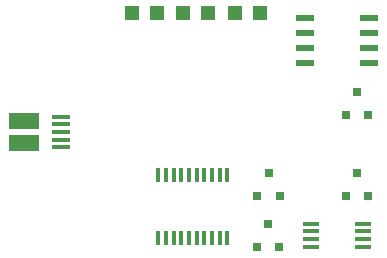
<source format=gtp>
G04 #@! TF.FileFunction,Paste,Top*
%FSLAX46Y46*%
G04 Gerber Fmt 4.6, Leading zero omitted, Abs format (unit mm)*
G04 Created by KiCad (PCBNEW 4.0.1-stable) date 3/22/2016 7:23:55 PM*
%MOMM*%
G01*
G04 APERTURE LIST*
%ADD10C,0.100000*%
%ADD11R,1.450000X0.450000*%
%ADD12R,1.198880X1.198880*%
%ADD13R,0.800100X0.800100*%
%ADD14R,1.550000X0.600000*%
%ADD15R,0.406400X1.270000*%
%ADD16R,1.650000X0.400000*%
%ADD17R,2.500000X1.425000*%
G04 APERTURE END LIST*
D10*
D11*
X186858000Y-101051000D03*
X186858000Y-100401000D03*
X186858000Y-99751000D03*
X186858000Y-99101000D03*
X182458000Y-99101000D03*
X182458000Y-99751000D03*
X182458000Y-100401000D03*
X182458000Y-101051000D03*
D12*
X167319960Y-81280000D03*
X169418000Y-81280000D03*
X176022000Y-81280000D03*
X178120040Y-81280000D03*
X171637960Y-81280000D03*
X173736000Y-81280000D03*
D13*
X177932000Y-96774000D03*
X179832000Y-96774000D03*
X178882000Y-94775020D03*
X185425000Y-89900760D03*
X187325000Y-89900760D03*
X186375000Y-87901780D03*
X185420000Y-96774000D03*
X187320000Y-96774000D03*
X186370000Y-94775020D03*
D14*
X181958000Y-81661000D03*
X181958000Y-82931000D03*
X181958000Y-84201000D03*
X181958000Y-85471000D03*
X187358000Y-85471000D03*
X187358000Y-84201000D03*
X187358000Y-82931000D03*
X187358000Y-81661000D03*
D15*
X175387000Y-94996000D03*
X174752000Y-94996000D03*
X174091600Y-94996000D03*
X173431200Y-94996000D03*
X172796200Y-94996000D03*
X172135800Y-94996000D03*
X171475400Y-94996000D03*
X170840400Y-94996000D03*
X170180000Y-94996000D03*
X169545000Y-94996000D03*
X169545000Y-100330000D03*
X170180000Y-100330000D03*
X170840400Y-100330000D03*
X171475400Y-100330000D03*
X172135800Y-100330000D03*
X172796200Y-100330000D03*
X173431200Y-100330000D03*
X174091600Y-100330000D03*
X174752000Y-100330000D03*
X175387000Y-100330000D03*
D16*
X161290000Y-90028000D03*
X161290000Y-90678000D03*
X161290000Y-91327100D03*
X161290000Y-91978000D03*
X161290000Y-92628000D03*
D17*
X158165000Y-90365500D03*
X158165000Y-92290500D03*
D13*
X177866000Y-101076760D03*
X179766000Y-101076760D03*
X178816000Y-99077780D03*
M02*

</source>
